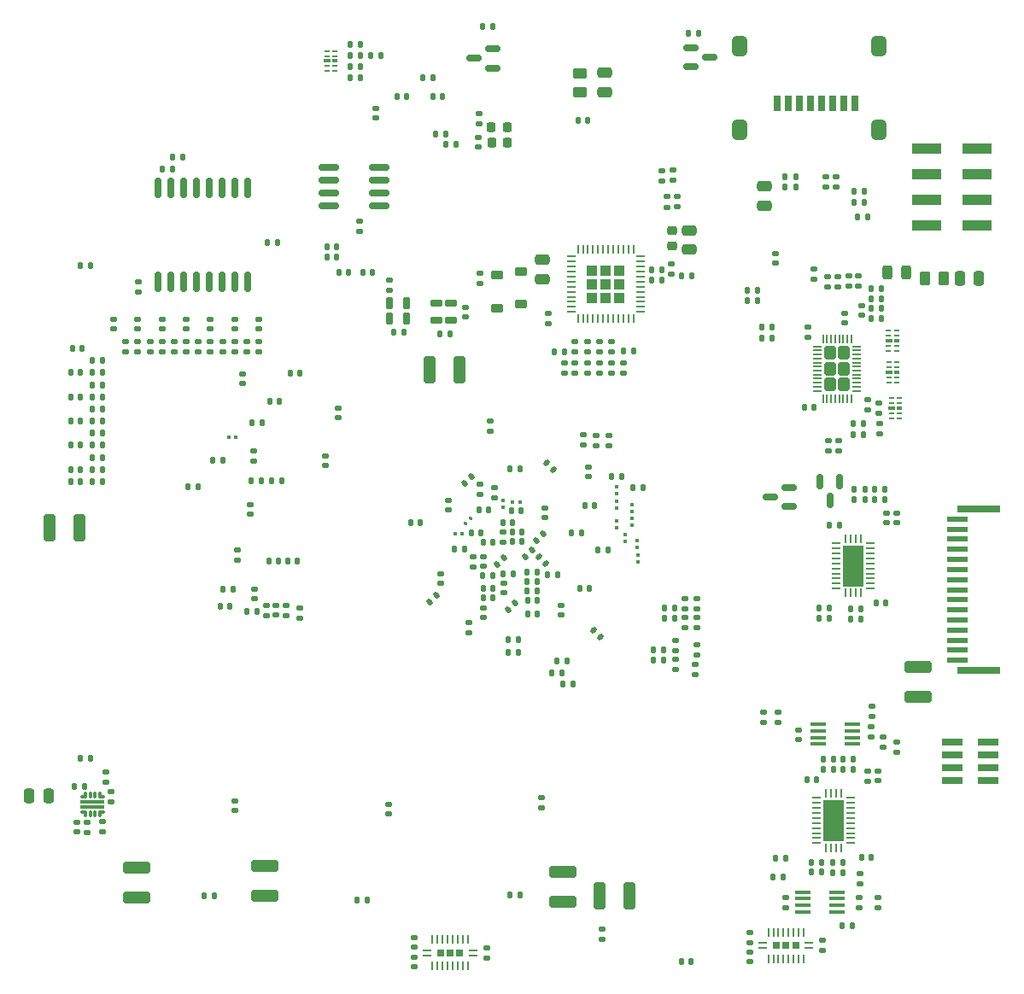
<source format=gbr>
%TF.GenerationSoftware,KiCad,Pcbnew,9.0.4*%
%TF.CreationDate,2025-11-16T17:21:23-06:00*%
%TF.ProjectId,zynq_test,7a796e71-5f74-4657-9374-2e6b69636164,rev?*%
%TF.SameCoordinates,Original*%
%TF.FileFunction,Paste,Bot*%
%TF.FilePolarity,Positive*%
%FSLAX46Y46*%
G04 Gerber Fmt 4.6, Leading zero omitted, Abs format (unit mm)*
G04 Created by KiCad (PCBNEW 9.0.4) date 2025-11-16 17:21:23*
%MOMM*%
%LPD*%
G01*
G04 APERTURE LIST*
G04 Aperture macros list*
%AMRoundRect*
0 Rectangle with rounded corners*
0 $1 Rounding radius*
0 $2 $3 $4 $5 $6 $7 $8 $9 X,Y pos of 4 corners*
0 Add a 4 corners polygon primitive as box body*
4,1,4,$2,$3,$4,$5,$6,$7,$8,$9,$2,$3,0*
0 Add four circle primitives for the rounded corners*
1,1,$1+$1,$2,$3*
1,1,$1+$1,$4,$5*
1,1,$1+$1,$6,$7*
1,1,$1+$1,$8,$9*
0 Add four rect primitives between the rounded corners*
20,1,$1+$1,$2,$3,$4,$5,0*
20,1,$1+$1,$4,$5,$6,$7,0*
20,1,$1+$1,$6,$7,$8,$9,0*
20,1,$1+$1,$8,$9,$2,$3,0*%
G04 Aperture macros list end*
%ADD10C,0.000000*%
%ADD11RoundRect,0.135000X-0.135000X-0.185000X0.135000X-0.185000X0.135000X0.185000X-0.135000X0.185000X0*%
%ADD12RoundRect,0.135000X0.135000X0.185000X-0.135000X0.185000X-0.135000X-0.185000X0.135000X-0.185000X0*%
%ADD13RoundRect,0.079500X-0.100500X0.079500X-0.100500X-0.079500X0.100500X-0.079500X0.100500X0.079500X0*%
%ADD14RoundRect,0.140000X-0.021213X0.219203X-0.219203X0.021213X0.021213X-0.219203X0.219203X-0.021213X0*%
%ADD15RoundRect,0.135000X-0.185000X0.135000X-0.185000X-0.135000X0.185000X-0.135000X0.185000X0.135000X0*%
%ADD16RoundRect,0.135000X0.185000X-0.135000X0.185000X0.135000X-0.185000X0.135000X-0.185000X-0.135000X0*%
%ADD17RoundRect,0.140000X0.140000X0.170000X-0.140000X0.170000X-0.140000X-0.170000X0.140000X-0.170000X0*%
%ADD18RoundRect,0.079500X0.100500X-0.079500X0.100500X0.079500X-0.100500X0.079500X-0.100500X-0.079500X0*%
%ADD19RoundRect,0.140000X0.170000X-0.140000X0.170000X0.140000X-0.170000X0.140000X-0.170000X-0.140000X0*%
%ADD20R,0.812800X0.254000*%
%ADD21R,0.254000X0.812800*%
%ADD22R,2.108200X4.089400*%
%ADD23RoundRect,0.140000X-0.170000X0.140000X-0.170000X-0.140000X0.170000X-0.140000X0.170000X0.140000X0*%
%ADD24RoundRect,0.250000X0.475000X-0.250000X0.475000X0.250000X-0.475000X0.250000X-0.475000X-0.250000X0*%
%ADD25RoundRect,0.140000X-0.140000X-0.170000X0.140000X-0.170000X0.140000X0.170000X-0.140000X0.170000X0*%
%ADD26RoundRect,0.150000X-0.150000X0.587500X-0.150000X-0.587500X0.150000X-0.587500X0.150000X0.587500X0*%
%ADD27R,0.625000X0.250000*%
%ADD28R,0.700000X0.450000*%
%ADD29R,0.575000X0.450000*%
%ADD30R,0.800000X0.800000*%
%ADD31R,0.900000X0.240000*%
%ADD32R,0.240000X0.900000*%
%ADD33RoundRect,0.250000X-1.100000X0.325000X-1.100000X-0.325000X1.100000X-0.325000X1.100000X0.325000X0*%
%ADD34RoundRect,0.225000X-0.375000X0.225000X-0.375000X-0.225000X0.375000X-0.225000X0.375000X0.225000X0*%
%ADD35RoundRect,0.079500X0.079500X0.100500X-0.079500X0.100500X-0.079500X-0.100500X0.079500X-0.100500X0*%
%ADD36RoundRect,0.105000X-0.495000X0.245000X-0.495000X-0.245000X0.495000X-0.245000X0.495000X0.245000X0*%
%ADD37R,1.600000X0.300000*%
%ADD38RoundRect,0.140000X0.021213X-0.219203X0.219203X-0.021213X-0.021213X0.219203X-0.219203X0.021213X0*%
%ADD39RoundRect,0.250000X0.325000X1.100000X-0.325000X1.100000X-0.325000X-1.100000X0.325000X-1.100000X0*%
%ADD40RoundRect,0.225000X0.250000X-0.225000X0.250000X0.225000X-0.250000X0.225000X-0.250000X-0.225000X0*%
%ADD41RoundRect,0.250000X-0.325000X-1.100000X0.325000X-1.100000X0.325000X1.100000X-0.325000X1.100000X0*%
%ADD42RoundRect,0.250000X-0.262500X-0.450000X0.262500X-0.450000X0.262500X0.450000X-0.262500X0.450000X0*%
%ADD43RoundRect,0.150000X-0.587500X-0.150000X0.587500X-0.150000X0.587500X0.150000X-0.587500X0.150000X0*%
%ADD44RoundRect,0.250000X0.250000X0.475000X-0.250000X0.475000X-0.250000X-0.475000X0.250000X-0.475000X0*%
%ADD45R,3.000000X1.000000*%
%ADD46RoundRect,0.105000X0.245000X0.495000X-0.245000X0.495000X-0.245000X-0.495000X0.245000X-0.495000X0*%
%ADD47RoundRect,0.225000X-0.225000X-0.250000X0.225000X-0.250000X0.225000X0.250000X-0.225000X0.250000X0*%
%ADD48RoundRect,0.150000X-0.150000X0.875000X-0.150000X-0.875000X0.150000X-0.875000X0.150000X0.875000X0*%
%ADD49RoundRect,0.250000X-0.475000X0.250000X-0.475000X-0.250000X0.475000X-0.250000X0.475000X0.250000X0*%
%ADD50RoundRect,0.250000X0.450000X-0.262500X0.450000X0.262500X-0.450000X0.262500X-0.450000X-0.262500X0*%
%ADD51RoundRect,0.079500X0.014849X-0.127279X0.127279X-0.014849X-0.014849X0.127279X-0.127279X0.014849X0*%
%ADD52RoundRect,0.140000X-0.219203X-0.021213X-0.021213X-0.219203X0.219203X0.021213X0.021213X0.219203X0*%
%ADD53RoundRect,0.243750X0.243750X0.456250X-0.243750X0.456250X-0.243750X-0.456250X0.243750X-0.456250X0*%
%ADD54R,2.100000X0.750000*%
%ADD55RoundRect,0.150000X0.825000X0.150000X-0.825000X0.150000X-0.825000X-0.150000X0.825000X-0.150000X0*%
%ADD56R,2.000000X0.600000*%
%ADD57R,4.200000X0.700000*%
%ADD58RoundRect,0.250000X-0.300000X0.300000X-0.300000X-0.300000X0.300000X-0.300000X0.300000X0.300000X0*%
%ADD59RoundRect,0.062500X-0.062500X0.375000X-0.062500X-0.375000X0.062500X-0.375000X0.062500X0.375000X0*%
%ADD60RoundRect,0.062500X-0.375000X0.062500X-0.375000X-0.062500X0.375000X-0.062500X0.375000X0.062500X0*%
%ADD61RoundRect,0.150000X0.587500X0.150000X-0.587500X0.150000X-0.587500X-0.150000X0.587500X-0.150000X0*%
%ADD62RoundRect,0.250000X-0.325000X0.420000X-0.325000X-0.420000X0.325000X-0.420000X0.325000X0.420000X0*%
%ADD63RoundRect,0.050000X-0.050000X0.362500X-0.050000X-0.362500X0.050000X-0.362500X0.050000X0.362500X0*%
%ADD64RoundRect,0.050000X-0.362500X0.050000X-0.362500X-0.050000X0.362500X-0.050000X0.362500X0.050000X0*%
%ADD65RoundRect,0.140000X0.219203X0.021213X0.021213X0.219203X-0.219203X-0.021213X-0.021213X-0.219203X0*%
%ADD66RoundRect,0.025000X-0.100000X0.275000X-0.100000X-0.275000X0.100000X-0.275000X0.100000X0.275000X0*%
%ADD67RoundRect,0.025000X0.275000X0.100000X-0.275000X0.100000X-0.275000X-0.100000X0.275000X-0.100000X0*%
%ADD68RoundRect,0.030000X1.170000X0.120000X-1.170000X0.120000X-1.170000X-0.120000X1.170000X-0.120000X0*%
%ADD69RoundRect,0.025000X-0.275000X-0.100000X0.275000X-0.100000X0.275000X0.100000X-0.275000X0.100000X0*%
%ADD70R,0.800000X1.500000*%
%ADD71RoundRect,0.362500X-0.362500X-0.637500X0.362500X-0.637500X0.362500X0.637500X-0.362500X0.637500X0*%
G04 APERTURE END LIST*
D10*
%TO.C,U1602*%
G36*
X161734100Y-115008434D02*
G01*
X159825900Y-115008434D01*
X159825900Y-113845300D01*
X161734100Y-113845300D01*
X161734100Y-115008434D01*
G37*
G36*
X161734100Y-116371567D02*
G01*
X159825900Y-116371567D01*
X159825900Y-115208433D01*
X161734100Y-115208433D01*
X161734100Y-116371567D01*
G37*
G36*
X161734100Y-117734700D02*
G01*
X159825900Y-117734700D01*
X159825900Y-116571566D01*
X161734100Y-116571566D01*
X161734100Y-117734700D01*
G37*
%TO.C,U1502*%
G36*
X163663911Y-89770834D02*
G01*
X161755711Y-89770834D01*
X161755711Y-88607700D01*
X163663911Y-88607700D01*
X163663911Y-89770834D01*
G37*
G36*
X163663911Y-91133967D02*
G01*
X161755711Y-91133967D01*
X161755711Y-89970833D01*
X163663911Y-89970833D01*
X163663911Y-91133967D01*
G37*
G36*
X163663911Y-92497100D02*
G01*
X161755711Y-92497100D01*
X161755711Y-91333966D01*
X163663911Y-91333966D01*
X163663911Y-92497100D01*
G37*
%TD*%
D11*
%TO.C,R815*%
X155980000Y-53000000D03*
X157000000Y-53000000D03*
%TD*%
D12*
%TO.C,R1418*%
X99370000Y-123230000D03*
X98350000Y-123230000D03*
%TD*%
D13*
%TO.C,R847*%
X141330000Y-88045000D03*
X141330000Y-88735000D03*
%TD*%
D14*
%TO.C,C203*%
X124889411Y-81720589D03*
X124210589Y-82399411D03*
%TD*%
D15*
%TO.C,R423*%
X94200000Y-68290000D03*
X94200000Y-69310000D03*
%TD*%
%TO.C,R417*%
X95400000Y-68290000D03*
X95400000Y-69310000D03*
%TD*%
D16*
%TO.C,R1124*%
X145270000Y-54970000D03*
X145270000Y-53950000D03*
%TD*%
D17*
%TO.C,C526*%
X107630000Y-90040000D03*
X106670000Y-90040000D03*
%TD*%
D12*
%TO.C,R1510*%
X163470000Y-95860000D03*
X162450000Y-95860000D03*
%TD*%
D18*
%TO.C,R844*%
X140760000Y-86535000D03*
X140760000Y-85845000D03*
%TD*%
D19*
%TO.C,C1454*%
X116620000Y-115130000D03*
X116620000Y-114170000D03*
%TD*%
D20*
%TO.C,U1602*%
X162481800Y-113539433D03*
X162481800Y-114039559D03*
X162481800Y-114539685D03*
X162481800Y-115039811D03*
X162481800Y-115539937D03*
X162481800Y-116040063D03*
X162481800Y-116540189D03*
X162481800Y-117040315D03*
X162481800Y-117540441D03*
X162481800Y-118040567D03*
D21*
X161530189Y-118482400D03*
X161030063Y-118482400D03*
X160529937Y-118482400D03*
X160029811Y-118482400D03*
D20*
X159078200Y-118040567D03*
X159078200Y-117540441D03*
X159078200Y-117040315D03*
X159078200Y-116540189D03*
X159078200Y-116040063D03*
X159078200Y-115539937D03*
X159078200Y-115039811D03*
X159078200Y-114539685D03*
X159078200Y-114039559D03*
X159078200Y-113539433D03*
D21*
X160029811Y-113097600D03*
X160529937Y-113097600D03*
X161030063Y-113097600D03*
X161530189Y-113097600D03*
D22*
X160780000Y-115790000D03*
%TD*%
D23*
%TO.C,C206*%
X132150000Y-84800000D03*
X132150000Y-85760000D03*
%TD*%
D24*
%TO.C,C1103*%
X131910000Y-62120000D03*
X131910000Y-60220000D03*
%TD*%
D25*
%TO.C,C306*%
X128530000Y-99130000D03*
X129490000Y-99130000D03*
%TD*%
D19*
%TO.C,C415*%
X94200000Y-67080000D03*
X94200000Y-66120000D03*
%TD*%
D17*
%TO.C,C416*%
X86080000Y-81000000D03*
X85120000Y-81000000D03*
%TD*%
D16*
%TO.C,R1708*%
X145140000Y-100860000D03*
X145140000Y-99840000D03*
%TD*%
D19*
%TO.C,C806*%
X161850000Y-66490000D03*
X161850000Y-65530000D03*
%TD*%
D25*
%TO.C,C321*%
X132430000Y-91450000D03*
X133390000Y-91450000D03*
%TD*%
D15*
%TO.C,R1103*%
X137550000Y-70400000D03*
X137550000Y-71420000D03*
%TD*%
D26*
%TO.C,Q1301*%
X159450000Y-82172500D03*
X161350000Y-82172500D03*
X160400000Y-84047500D03*
%TD*%
D16*
%TO.C,R1406*%
X89130000Y-113950000D03*
X89130000Y-112930000D03*
%TD*%
D25*
%TO.C,C1503*%
X165010000Y-94210000D03*
X165970000Y-94210000D03*
%TD*%
D15*
%TO.C,R1519*%
X165690000Y-107520000D03*
X165690000Y-108540000D03*
%TD*%
D25*
%TO.C,C1002*%
X110550000Y-58920000D03*
X111510000Y-58920000D03*
%TD*%
D17*
%TO.C,C404*%
X86280000Y-69000000D03*
X85320000Y-69000000D03*
%TD*%
D27*
%TO.C,U801*%
X166495000Y-75920000D03*
X166495000Y-75420000D03*
D28*
X166532500Y-74920000D03*
D27*
X166495000Y-74420000D03*
X166495000Y-73920000D03*
X167270000Y-73920000D03*
X167270000Y-74420000D03*
D29*
X167295000Y-74920000D03*
D27*
X167270000Y-75420000D03*
X167270000Y-75920000D03*
%TD*%
D25*
%TO.C,C614*%
X128910000Y-87190000D03*
X129870000Y-87190000D03*
%TD*%
D17*
%TO.C,C615*%
X126580000Y-84960000D03*
X125620000Y-84960000D03*
%TD*%
D30*
%TO.C,U1302*%
X157000000Y-128200000D03*
X156050000Y-128200000D03*
X155100000Y-128200000D03*
D31*
X153750000Y-127950000D03*
D32*
X154300000Y-126900000D03*
X154800000Y-126900000D03*
X155300000Y-126900000D03*
X155800000Y-126900000D03*
X156300000Y-126900000D03*
X156800000Y-126900000D03*
X157300000Y-126900000D03*
X157800000Y-126900000D03*
D31*
X158350000Y-127950000D03*
X158350000Y-128450000D03*
D32*
X157800000Y-129500000D03*
X157300000Y-129500000D03*
X156800000Y-129500000D03*
X156300000Y-129500000D03*
X155800000Y-129500000D03*
X155300000Y-129500000D03*
X154800000Y-129500000D03*
X154300000Y-129500000D03*
D31*
X153750000Y-128450000D03*
%TD*%
D15*
%TO.C,R424*%
X97800000Y-68290000D03*
X97800000Y-69310000D03*
%TD*%
%TO.C,R1126*%
X144720000Y-60620000D03*
X144720000Y-61640000D03*
%TD*%
D11*
%TO.C,R1611*%
X160670000Y-119920000D03*
X161690000Y-119920000D03*
%TD*%
%TO.C,R427*%
X87290000Y-81000000D03*
X88310000Y-81000000D03*
%TD*%
D19*
%TO.C,C510*%
X104530000Y-95470000D03*
X104530000Y-94510000D03*
%TD*%
D33*
%TO.C,C1429*%
X104400000Y-120325000D03*
X104400000Y-123275000D03*
%TD*%
D11*
%TO.C,R1621*%
X159730000Y-110770000D03*
X160750000Y-110770000D03*
%TD*%
D15*
%TO.C,R413*%
X100200000Y-68290000D03*
X100200000Y-69310000D03*
%TD*%
D25*
%TO.C,C616*%
X126020000Y-88240000D03*
X126980000Y-88240000D03*
%TD*%
%TO.C,C624*%
X123190000Y-88890000D03*
X124150000Y-88890000D03*
%TD*%
D23*
%TO.C,C622*%
X122560000Y-84050000D03*
X122560000Y-85010000D03*
%TD*%
D34*
%TO.C,D1101*%
X129760000Y-61330000D03*
X129760000Y-64630000D03*
%TD*%
D15*
%TO.C,R1104*%
X138750000Y-70400000D03*
X138750000Y-71420000D03*
%TD*%
D16*
%TO.C,R1714*%
X147180000Y-96700000D03*
X147180000Y-95680000D03*
%TD*%
%TO.C,R1111*%
X138750000Y-69320000D03*
X138750000Y-68300000D03*
%TD*%
%TO.C,R1716*%
X147020000Y-101360000D03*
X147020000Y-100340000D03*
%TD*%
D12*
%TO.C,R1619*%
X162610000Y-126220000D03*
X161590000Y-126220000D03*
%TD*%
D23*
%TO.C,C611*%
X126030000Y-89610000D03*
X126030000Y-90570000D03*
%TD*%
D17*
%TO.C,C609*%
X128950000Y-86260000D03*
X127990000Y-86260000D03*
%TD*%
D33*
%TO.C,C1432*%
X133950000Y-120875000D03*
X133950000Y-123825000D03*
%TD*%
D15*
%TO.C,R410*%
X102600000Y-68290000D03*
X102600000Y-69310000D03*
%TD*%
D25*
%TO.C,C506*%
X102630000Y-95070000D03*
X103590000Y-95070000D03*
%TD*%
D15*
%TO.C,R419*%
X103800000Y-68290000D03*
X103800000Y-69310000D03*
%TD*%
D11*
%TO.C,R1614*%
X158550000Y-120920000D03*
X159570000Y-120920000D03*
%TD*%
D17*
%TO.C,C403*%
X86080000Y-73800000D03*
X85120000Y-73800000D03*
%TD*%
D19*
%TO.C,C508*%
X106510000Y-95470000D03*
X106510000Y-94510000D03*
%TD*%
D11*
%TO.C,R425*%
X87290000Y-70200000D03*
X88310000Y-70200000D03*
%TD*%
D35*
%TO.C,R406*%
X101505000Y-77820000D03*
X100815000Y-77820000D03*
%TD*%
D17*
%TO.C,C1005*%
X112710000Y-61450000D03*
X111750000Y-61450000D03*
%TD*%
D19*
%TO.C,C1455*%
X101430000Y-114800000D03*
X101430000Y-113840000D03*
%TD*%
D12*
%TO.C,R819*%
X163760000Y-76410000D03*
X162740000Y-76410000D03*
%TD*%
D15*
%TO.C,R1520*%
X167000000Y-108050000D03*
X167000000Y-109070000D03*
%TD*%
D19*
%TO.C,C411*%
X101400000Y-67080000D03*
X101400000Y-66120000D03*
%TD*%
D12*
%TO.C,R1515*%
X160310000Y-94690000D03*
X159290000Y-94690000D03*
%TD*%
D19*
%TO.C,C204*%
X125740000Y-83450000D03*
X125740000Y-82490000D03*
%TD*%
D23*
%TO.C,C518*%
X107890000Y-94750000D03*
X107890000Y-95710000D03*
%TD*%
D11*
%TO.C,R415*%
X87265000Y-73800000D03*
X88285000Y-73800000D03*
%TD*%
D23*
%TO.C,C1452*%
X85760000Y-115980000D03*
X85760000Y-116940000D03*
%TD*%
%TO.C,C1505*%
X167070000Y-85300000D03*
X167070000Y-86260000D03*
%TD*%
D17*
%TO.C,C509*%
X107860000Y-71410000D03*
X106900000Y-71410000D03*
%TD*%
D19*
%TO.C,C814*%
X163550000Y-65710000D03*
X163550000Y-64750000D03*
%TD*%
D36*
%TO.C,U201*%
X122860000Y-64530000D03*
X122860000Y-66180000D03*
X121360000Y-66180000D03*
X121360000Y-64530000D03*
%TD*%
D11*
%TO.C,R1605*%
X133350000Y-99960000D03*
X134370000Y-99960000D03*
%TD*%
D12*
%TO.C,R703*%
X113870000Y-38830000D03*
X112850000Y-38830000D03*
%TD*%
D11*
%TO.C,R426*%
X87290000Y-72600000D03*
X88310000Y-72600000D03*
%TD*%
D19*
%TO.C,C405*%
X91800000Y-67080000D03*
X91800000Y-66120000D03*
%TD*%
D25*
%TO.C,C811*%
X163170000Y-55960000D03*
X164130000Y-55960000D03*
%TD*%
D19*
%TO.C,C413*%
X103800000Y-67080000D03*
X103800000Y-66120000D03*
%TD*%
D37*
%TO.C,U1501*%
X159270000Y-108207500D03*
X159270000Y-107557500D03*
X159270000Y-106907500D03*
X159270000Y-106257500D03*
X162670000Y-106257500D03*
X162670000Y-106907500D03*
X162670000Y-107557500D03*
X162670000Y-108207500D03*
%TD*%
D25*
%TO.C,C312*%
X128540000Y-97900000D03*
X129500000Y-97900000D03*
%TD*%
D38*
%TO.C,C610*%
X127400589Y-90419411D03*
X128079411Y-89740589D03*
%TD*%
D27*
%TO.C,U802*%
X166255000Y-72350000D03*
X166255000Y-71850000D03*
D28*
X166292500Y-71350000D03*
D27*
X166255000Y-70850000D03*
X166255000Y-70350000D03*
X167030000Y-70350000D03*
X167030000Y-70850000D03*
D29*
X167055000Y-71350000D03*
D27*
X167030000Y-71850000D03*
X167030000Y-72350000D03*
%TD*%
D11*
%TO.C,R832*%
X164510000Y-66050000D03*
X165530000Y-66050000D03*
%TD*%
%TO.C,R1618*%
X161730000Y-110730000D03*
X162750000Y-110730000D03*
%TD*%
D19*
%TO.C,C626*%
X127980000Y-88180000D03*
X127980000Y-87220000D03*
%TD*%
D12*
%TO.C,R1622*%
X160740000Y-109730000D03*
X159720000Y-109730000D03*
%TD*%
D16*
%TO.C,R840*%
X162250000Y-62850000D03*
X162250000Y-61830000D03*
%TD*%
D11*
%TO.C,R829*%
X152240000Y-64250000D03*
X153260000Y-64250000D03*
%TD*%
D25*
%TO.C,C307*%
X136090000Y-84600000D03*
X137050000Y-84600000D03*
%TD*%
D13*
%TO.C,R845*%
X139290000Y-86075000D03*
X139290000Y-86765000D03*
%TD*%
D23*
%TO.C,C620*%
X124600000Y-96200000D03*
X124600000Y-97160000D03*
%TD*%
D33*
%TO.C,C1428*%
X91710000Y-120470000D03*
X91710000Y-123420000D03*
%TD*%
D15*
%TO.C,R422*%
X99000000Y-68290000D03*
X99000000Y-69310000D03*
%TD*%
D27*
%TO.C,U701*%
X110535000Y-41500000D03*
X110535000Y-41000000D03*
D28*
X110572500Y-40500000D03*
D27*
X110535000Y-40000000D03*
X110535000Y-39500000D03*
X111310000Y-39500000D03*
X111310000Y-40000000D03*
D29*
X111335000Y-40500000D03*
D27*
X111310000Y-41000000D03*
X111310000Y-41500000D03*
%TD*%
D35*
%TO.C,R210*%
X129655000Y-84200000D03*
X128965000Y-84200000D03*
%TD*%
D15*
%TO.C,R1701*%
X146070000Y-93790000D03*
X146070000Y-94810000D03*
%TD*%
D39*
%TO.C,C543*%
X85980000Y-86800000D03*
X83030000Y-86800000D03*
%TD*%
D12*
%TO.C,R1401*%
X129730000Y-123200000D03*
X128710000Y-123200000D03*
%TD*%
D15*
%TO.C,R412*%
X90600000Y-68290000D03*
X90600000Y-69310000D03*
%TD*%
D19*
%TO.C,C805*%
X158200000Y-67860000D03*
X158200000Y-66900000D03*
%TD*%
D18*
%TO.C,R848*%
X141340000Y-90135000D03*
X141340000Y-89445000D03*
%TD*%
D12*
%TO.C,R824*%
X163770000Y-77540000D03*
X162750000Y-77540000D03*
%TD*%
D16*
%TO.C,R826*%
X160000000Y-53010000D03*
X160000000Y-51990000D03*
%TD*%
D12*
%TO.C,R706*%
X113900000Y-42120000D03*
X112880000Y-42120000D03*
%TD*%
D15*
%TO.C,R1414*%
X86790000Y-115940000D03*
X86790000Y-116960000D03*
%TD*%
%TO.C,R1512*%
X155300000Y-105050000D03*
X155300000Y-106070000D03*
%TD*%
D13*
%TO.C,R841*%
X139230000Y-82715000D03*
X139230000Y-83405000D03*
%TD*%
D40*
%TO.C,L1102*%
X144730000Y-58845000D03*
X144730000Y-57295000D03*
%TD*%
D12*
%TO.C,R816*%
X157000000Y-51940000D03*
X155980000Y-51940000D03*
%TD*%
%TO.C,R1522*%
X163860000Y-83000000D03*
X162840000Y-83000000D03*
%TD*%
D17*
%TO.C,C319*%
X131390000Y-95340000D03*
X130430000Y-95340000D03*
%TD*%
D23*
%TO.C,C802*%
X158860000Y-61150000D03*
X158860000Y-62110000D03*
%TD*%
D41*
%TO.C,C201*%
X120725000Y-71090000D03*
X123675000Y-71090000D03*
%TD*%
D25*
%TO.C,C305*%
X137420000Y-88940000D03*
X138380000Y-88940000D03*
%TD*%
D16*
%TO.C,R215*%
X126770000Y-77170000D03*
X126770000Y-76150000D03*
%TD*%
D17*
%TO.C,C308*%
X127000000Y-93750000D03*
X126040000Y-93750000D03*
%TD*%
D42*
%TO.C,R806*%
X169837500Y-62050000D03*
X171662500Y-62050000D03*
%TD*%
D19*
%TO.C,C520*%
X105480000Y-95420000D03*
X105480000Y-94460000D03*
%TD*%
D35*
%TO.C,R402*%
X123945000Y-87340000D03*
X123255000Y-87340000D03*
%TD*%
D38*
%TO.C,C630*%
X120741178Y-94138822D03*
X121420000Y-93460000D03*
%TD*%
D23*
%TO.C,C1004*%
X113770000Y-56410000D03*
X113770000Y-57370000D03*
%TD*%
D16*
%TO.C,R1403*%
X137780000Y-127610000D03*
X137780000Y-126590000D03*
%TD*%
D43*
%TO.C,Q1102*%
X146602500Y-41082500D03*
X146602500Y-39182500D03*
X148477500Y-40132500D03*
%TD*%
D11*
%TO.C,R409*%
X87290000Y-78600000D03*
X88310000Y-78600000D03*
%TD*%
D12*
%TO.C,R1617*%
X162750000Y-109740000D03*
X161730000Y-109740000D03*
%TD*%
D19*
%TO.C,C504*%
X102920000Y-85440000D03*
X102920000Y-84480000D03*
%TD*%
%TO.C,C412*%
X99000000Y-67080000D03*
X99000000Y-66120000D03*
%TD*%
D44*
%TO.C,C1414*%
X82950000Y-113370000D03*
X81050000Y-113370000D03*
%TD*%
D15*
%TO.C,R839*%
X163250000Y-61830000D03*
X163250000Y-62850000D03*
%TD*%
D12*
%TO.C,R705*%
X113890000Y-41060000D03*
X112870000Y-41060000D03*
%TD*%
D16*
%TO.C,R1302*%
X159650000Y-128720000D03*
X159650000Y-127700000D03*
%TD*%
D17*
%TO.C,C528*%
X105760000Y-90110000D03*
X104800000Y-90110000D03*
%TD*%
D15*
%TO.C,R1705*%
X145140000Y-97960000D03*
X145140000Y-98980000D03*
%TD*%
%TO.C,R825*%
X161000000Y-51990000D03*
X161000000Y-53010000D03*
%TD*%
D17*
%TO.C,C410*%
X86080000Y-71400000D03*
X85120000Y-71400000D03*
%TD*%
D15*
%TO.C,R408*%
X96600000Y-68290000D03*
X96600000Y-69310000D03*
%TD*%
D17*
%TO.C,C808*%
X158820000Y-74840000D03*
X157860000Y-74840000D03*
%TD*%
%TO.C,C617*%
X119820000Y-86260000D03*
X118860000Y-86260000D03*
%TD*%
D11*
%TO.C,R720*%
X122350000Y-48740000D03*
X123370000Y-48740000D03*
%TD*%
D30*
%TO.C,U1301*%
X123700000Y-128900000D03*
X122750000Y-128900000D03*
X121800000Y-128900000D03*
D31*
X120450000Y-128650000D03*
D32*
X121000000Y-127600000D03*
X121500000Y-127600000D03*
X122000000Y-127600000D03*
X122500000Y-127600000D03*
X123000000Y-127600000D03*
X123500000Y-127600000D03*
X124000000Y-127600000D03*
X124500000Y-127600000D03*
D31*
X125050000Y-128650000D03*
X125050000Y-129150000D03*
D32*
X124500000Y-130200000D03*
X124000000Y-130200000D03*
X123500000Y-130200000D03*
X123000000Y-130200000D03*
X122500000Y-130200000D03*
X122000000Y-130200000D03*
X121500000Y-130200000D03*
X121000000Y-130200000D03*
D31*
X120450000Y-129150000D03*
%TD*%
D11*
%TO.C,R411*%
X87290000Y-77400000D03*
X88310000Y-77400000D03*
%TD*%
D12*
%TO.C,R1405*%
X86520000Y-112440000D03*
X85500000Y-112440000D03*
%TD*%
D45*
%TO.C,J803*%
X169960000Y-49170000D03*
X175000000Y-49170000D03*
X169960000Y-51710000D03*
X175000000Y-51710000D03*
X169960000Y-54250000D03*
X175000000Y-54250000D03*
X169960000Y-56790000D03*
X175000000Y-56790000D03*
%TD*%
D11*
%TO.C,R1613*%
X154790000Y-121410000D03*
X155810000Y-121410000D03*
%TD*%
D46*
%TO.C,U1001*%
X118395000Y-66012500D03*
X116745000Y-66012500D03*
X116745000Y-64512500D03*
X118395000Y-64512500D03*
%TD*%
D23*
%TO.C,C1304*%
X152460000Y-128820000D03*
X152460000Y-129780000D03*
%TD*%
D11*
%TO.C,R428*%
X87290000Y-76200000D03*
X88310000Y-76200000D03*
%TD*%
D12*
%TO.C,R1615*%
X159570000Y-119920000D03*
X158550000Y-119920000D03*
%TD*%
D14*
%TO.C,C313*%
X131978822Y-87341178D03*
X131300000Y-88020000D03*
%TD*%
D47*
%TO.C,L701*%
X126865000Y-48570000D03*
X128415000Y-48570000D03*
%TD*%
D25*
%TO.C,C208*%
X128830000Y-85090000D03*
X129790000Y-85090000D03*
%TD*%
D15*
%TO.C,R1513*%
X153840000Y-105070000D03*
X153840000Y-106090000D03*
%TD*%
D16*
%TO.C,R837*%
X160300000Y-79180000D03*
X160300000Y-78160000D03*
%TD*%
%TO.C,R1407*%
X88600000Y-112040000D03*
X88600000Y-111020000D03*
%TD*%
D19*
%TO.C,C402*%
X89400000Y-67080000D03*
X89400000Y-66120000D03*
%TD*%
D16*
%TO.C,R216*%
X138500000Y-78610000D03*
X138500000Y-77590000D03*
%TD*%
D23*
%TO.C,C801*%
X155030000Y-59570000D03*
X155030000Y-60530000D03*
%TD*%
D18*
%TO.C,R846*%
X140130000Y-88135000D03*
X140130000Y-87445000D03*
%TD*%
D15*
%TO.C,R416*%
X101400000Y-68290000D03*
X101400000Y-69310000D03*
%TD*%
D11*
%TO.C,R1114*%
X133040000Y-69310000D03*
X134060000Y-69310000D03*
%TD*%
D48*
%TO.C,U902*%
X93795000Y-53070000D03*
X95065000Y-53070000D03*
X96335000Y-53070000D03*
X97605000Y-53070000D03*
X98875000Y-53070000D03*
X100145000Y-53070000D03*
X101415000Y-53070000D03*
X102685000Y-53070000D03*
X102685000Y-62370000D03*
X101415000Y-62370000D03*
X100145000Y-62370000D03*
X98875000Y-62370000D03*
X97605000Y-62370000D03*
X96335000Y-62370000D03*
X95065000Y-62370000D03*
X93795000Y-62370000D03*
%TD*%
D49*
%TO.C,C812*%
X153880000Y-52920000D03*
X153880000Y-54820000D03*
%TD*%
D11*
%TO.C,R1706*%
X142870000Y-98900000D03*
X143890000Y-98900000D03*
%TD*%
D12*
%TO.C,R704*%
X113890000Y-39960000D03*
X112870000Y-39960000D03*
%TD*%
D11*
%TO.C,R820*%
X153650000Y-66910000D03*
X154670000Y-66910000D03*
%TD*%
D19*
%TO.C,C514*%
X101700000Y-89950000D03*
X101700000Y-88990000D03*
%TD*%
D15*
%TO.C,R811*%
X160200000Y-61840000D03*
X160200000Y-62860000D03*
%TD*%
D12*
%TO.C,R1609*%
X134930000Y-102270000D03*
X133910000Y-102270000D03*
%TD*%
D25*
%TO.C,C1006*%
X114080000Y-61460000D03*
X115040000Y-61460000D03*
%TD*%
D16*
%TO.C,R812*%
X161210000Y-62860000D03*
X161210000Y-61840000D03*
%TD*%
D15*
%TO.C,R1107*%
X135150000Y-70400000D03*
X135150000Y-71420000D03*
%TD*%
D16*
%TO.C,R1301*%
X126360000Y-129430000D03*
X126360000Y-128410000D03*
%TD*%
%TO.C,R802*%
X164190000Y-75060000D03*
X164190000Y-74040000D03*
%TD*%
%TO.C,R803*%
X165300000Y-77420000D03*
X165300000Y-76400000D03*
%TD*%
D11*
%TO.C,R405*%
X100220000Y-92890000D03*
X101240000Y-92890000D03*
%TD*%
D23*
%TO.C,C1302*%
X119160000Y-129320000D03*
X119160000Y-130280000D03*
%TD*%
D24*
%TO.C,C1122*%
X138070000Y-43580000D03*
X138070000Y-41680000D03*
%TD*%
D11*
%TO.C,R1521*%
X162840000Y-84010000D03*
X163860000Y-84010000D03*
%TD*%
D19*
%TO.C,C414*%
X96600000Y-67080000D03*
X96600000Y-66120000D03*
%TD*%
D11*
%TO.C,R701*%
X114900000Y-39990000D03*
X115920000Y-39990000D03*
%TD*%
D15*
%TO.C,R1715*%
X147200000Y-98340000D03*
X147200000Y-99360000D03*
%TD*%
D23*
%TO.C,C516*%
X103330000Y-92870000D03*
X103330000Y-93830000D03*
%TD*%
D14*
%TO.C,C314*%
X129218822Y-94211178D03*
X128540000Y-94890000D03*
%TD*%
D13*
%TO.C,R843*%
X140750000Y-84445000D03*
X140750000Y-85135000D03*
%TD*%
D11*
%TO.C,R1606*%
X132830000Y-101200000D03*
X133850000Y-101200000D03*
%TD*%
D16*
%TO.C,R1108*%
X136350000Y-69320000D03*
X136350000Y-68300000D03*
%TD*%
D12*
%TO.C,R1127*%
X126970000Y-37060000D03*
X125950000Y-37060000D03*
%TD*%
D11*
%TO.C,R1703*%
X143970000Y-95750000D03*
X144990000Y-95750000D03*
%TD*%
D15*
%TO.C,R1115*%
X135150000Y-68300000D03*
X135150000Y-69320000D03*
%TD*%
D16*
%TO.C,R1121*%
X144250000Y-54980000D03*
X144250000Y-53960000D03*
%TD*%
D11*
%TO.C,R1514*%
X159290000Y-95710000D03*
X160310000Y-95710000D03*
%TD*%
D50*
%TO.C,R1125*%
X135640000Y-43562500D03*
X135640000Y-41737500D03*
%TD*%
D23*
%TO.C,C1602*%
X156040000Y-123460000D03*
X156040000Y-124420000D03*
%TD*%
D12*
%TO.C,R822*%
X165520000Y-63040000D03*
X164500000Y-63040000D03*
%TD*%
D11*
%TO.C,R1707*%
X142860000Y-99910000D03*
X143880000Y-99910000D03*
%TD*%
D16*
%TO.C,R1620*%
X165210000Y-124480000D03*
X165210000Y-123460000D03*
%TD*%
D11*
%TO.C,R429*%
X87290000Y-71400000D03*
X88310000Y-71400000D03*
%TD*%
D51*
%TO.C,R401*%
X124256048Y-86323952D03*
X124743952Y-85836048D03*
%TD*%
D25*
%TO.C,C602*%
X126040000Y-92790000D03*
X127000000Y-92790000D03*
%TD*%
D19*
%TO.C,C310*%
X126080000Y-95660000D03*
X126080000Y-94700000D03*
%TD*%
D12*
%TO.C,R1517*%
X165860000Y-84010000D03*
X164840000Y-84010000D03*
%TD*%
D15*
%TO.C,R838*%
X161300000Y-78160000D03*
X161300000Y-79180000D03*
%TD*%
D16*
%TO.C,R1113*%
X132500000Y-66510000D03*
X132500000Y-65490000D03*
%TD*%
D23*
%TO.C,C711*%
X125585000Y-48080000D03*
X125585000Y-49040000D03*
%TD*%
D16*
%TO.C,R205*%
X127160000Y-83800000D03*
X127160000Y-82780000D03*
%TD*%
D11*
%TO.C,R404*%
X103130000Y-76330000D03*
X104150000Y-76330000D03*
%TD*%
D15*
%TO.C,R430*%
X93000000Y-68290000D03*
X93000000Y-69310000D03*
%TD*%
D16*
%TO.C,R212*%
X137200000Y-78610000D03*
X137200000Y-77590000D03*
%TD*%
D17*
%TO.C,C709*%
X118450000Y-44000000D03*
X117490000Y-44000000D03*
%TD*%
D19*
%TO.C,C1507*%
X164470000Y-107500000D03*
X164470000Y-106540000D03*
%TD*%
D23*
%TO.C,C1504*%
X165990000Y-85320000D03*
X165990000Y-86280000D03*
%TD*%
D15*
%TO.C,R1616*%
X163380000Y-121040000D03*
X163380000Y-122060000D03*
%TD*%
D11*
%TO.C,R1702*%
X143970000Y-94710000D03*
X144990000Y-94710000D03*
%TD*%
D34*
%TO.C,D1102*%
X127380000Y-61722500D03*
X127380000Y-65022500D03*
%TD*%
D11*
%TO.C,R1122*%
X146360000Y-37750000D03*
X147380000Y-37750000D03*
%TD*%
D12*
%TO.C,R809*%
X163830000Y-53430000D03*
X162810000Y-53430000D03*
%TD*%
D18*
%TO.C,R842*%
X139230000Y-84805000D03*
X139230000Y-84115000D03*
%TD*%
D52*
%TO.C,C318*%
X136950589Y-96920589D03*
X137629411Y-97599411D03*
%TD*%
D19*
%TO.C,C1303*%
X152510000Y-127890000D03*
X152510000Y-126930000D03*
%TD*%
%TO.C,C317*%
X133720000Y-95410000D03*
X133720000Y-94450000D03*
%TD*%
D53*
%TO.C,F801*%
X167967500Y-61480000D03*
X166092500Y-61480000D03*
%TD*%
D12*
%TO.C,R1123*%
X146680000Y-61780000D03*
X145660000Y-61780000D03*
%TD*%
D11*
%TO.C,R207*%
X86050000Y-60780000D03*
X87070000Y-60780000D03*
%TD*%
D19*
%TO.C,C1456*%
X131840000Y-114500000D03*
X131840000Y-113540000D03*
%TD*%
D16*
%TO.C,R1002*%
X116720000Y-63270000D03*
X116720000Y-62250000D03*
%TD*%
D25*
%TO.C,C1003*%
X110520000Y-59930000D03*
X111480000Y-59930000D03*
%TD*%
%TO.C,C710*%
X121070000Y-44040000D03*
X122030000Y-44040000D03*
%TD*%
D17*
%TO.C,C618*%
X131370000Y-91210000D03*
X130410000Y-91210000D03*
%TD*%
D23*
%TO.C,C501*%
X111690000Y-74930000D03*
X111690000Y-75890000D03*
%TD*%
D33*
%TO.C,C1506*%
X169120000Y-100545000D03*
X169120000Y-103495000D03*
%TD*%
D12*
%TO.C,R1610*%
X161670000Y-120980000D03*
X160650000Y-120980000D03*
%TD*%
D14*
%TO.C,C625*%
X130859411Y-88960589D03*
X130180589Y-89639411D03*
%TD*%
D17*
%TO.C,C1121*%
X136410000Y-46420000D03*
X135450000Y-46420000D03*
%TD*%
D19*
%TO.C,C1604*%
X165140000Y-111870000D03*
X165140000Y-110910000D03*
%TD*%
D11*
%TO.C,R418*%
X87290000Y-79800000D03*
X88310000Y-79800000D03*
%TD*%
%TO.C,R901*%
X95240000Y-50020000D03*
X96260000Y-50020000D03*
%TD*%
D20*
%TO.C,U1502*%
X164411611Y-88301833D03*
X164411611Y-88801959D03*
X164411611Y-89302085D03*
X164411611Y-89802211D03*
X164411611Y-90302337D03*
X164411611Y-90802463D03*
X164411611Y-91302589D03*
X164411611Y-91802715D03*
X164411611Y-92302841D03*
X164411611Y-92802967D03*
D21*
X163460000Y-93244800D03*
X162959874Y-93244800D03*
X162459748Y-93244800D03*
X161959622Y-93244800D03*
D20*
X161008011Y-92802967D03*
X161008011Y-92302841D03*
X161008011Y-91802715D03*
X161008011Y-91302589D03*
X161008011Y-90802463D03*
X161008011Y-90302337D03*
X161008011Y-89802211D03*
X161008011Y-89302085D03*
X161008011Y-88801959D03*
X161008011Y-88301833D03*
D21*
X161959622Y-87860000D03*
X162459748Y-87860000D03*
X162959874Y-87860000D03*
X163460000Y-87860000D03*
D22*
X162709811Y-90552400D03*
%TD*%
D11*
%TO.C,R717*%
X120070000Y-42190000D03*
X121090000Y-42190000D03*
%TD*%
D15*
%TO.C,R1105*%
X139950000Y-70400000D03*
X139950000Y-71420000D03*
%TD*%
%TO.C,R414*%
X91800000Y-68290000D03*
X91800000Y-69310000D03*
%TD*%
D27*
%TO.C,U804*%
X166220000Y-69230000D03*
X166220000Y-68730000D03*
D28*
X166257500Y-68230000D03*
D27*
X166220000Y-67730000D03*
X166220000Y-67230000D03*
X166995000Y-67230000D03*
X166995000Y-67730000D03*
D29*
X167020000Y-68230000D03*
D27*
X166995000Y-68730000D03*
X166995000Y-69230000D03*
%TD*%
D11*
%TO.C,R719*%
X121330000Y-47720000D03*
X122350000Y-47720000D03*
%TD*%
D19*
%TO.C,C1301*%
X119200000Y-128380000D03*
X119200000Y-127420000D03*
%TD*%
D11*
%TO.C,R213*%
X140850000Y-82770000D03*
X141870000Y-82770000D03*
%TD*%
%TO.C,R201*%
X121760000Y-67580000D03*
X122780000Y-67580000D03*
%TD*%
D16*
%TO.C,R209*%
X91850000Y-63410000D03*
X91850000Y-62390000D03*
%TD*%
D25*
%TO.C,C535*%
X103040000Y-82150000D03*
X104000000Y-82150000D03*
%TD*%
D54*
%TO.C,J1201*%
X172530000Y-108045000D03*
X176130000Y-108045000D03*
X172530000Y-109315000D03*
X176130000Y-109315000D03*
X172530000Y-110585000D03*
X176130000Y-110585000D03*
X172530000Y-111855000D03*
X176130000Y-111855000D03*
%TD*%
D44*
%TO.C,C815*%
X175170000Y-62060000D03*
X173270000Y-62060000D03*
%TD*%
D12*
%TO.C,R821*%
X154670000Y-67960000D03*
X153650000Y-67960000D03*
%TD*%
D17*
%TO.C,C511*%
X97750000Y-82740000D03*
X96790000Y-82740000D03*
%TD*%
%TO.C,C903*%
X95200000Y-51190000D03*
X94240000Y-51190000D03*
%TD*%
D16*
%TO.C,R1129*%
X143760000Y-52370000D03*
X143760000Y-51350000D03*
%TD*%
D19*
%TO.C,C530*%
X102140000Y-72490000D03*
X102140000Y-71530000D03*
%TD*%
D11*
%TO.C,R420*%
X87290000Y-82200000D03*
X88310000Y-82200000D03*
%TD*%
%TO.C,R1612*%
X155020000Y-119560000D03*
X156040000Y-119560000D03*
%TD*%
D15*
%TO.C,R1106*%
X134070000Y-70400000D03*
X134070000Y-71420000D03*
%TD*%
D11*
%TO.C,R823*%
X164500000Y-64040000D03*
X165520000Y-64040000D03*
%TD*%
D17*
%TO.C,C628*%
X131370000Y-93050000D03*
X130410000Y-93050000D03*
%TD*%
D12*
%TO.C,R1119*%
X143740000Y-62250000D03*
X142720000Y-62250000D03*
%TD*%
D11*
%TO.C,R1511*%
X162460000Y-94840000D03*
X163480000Y-94840000D03*
%TD*%
D16*
%TO.C,R801*%
X165290000Y-75450000D03*
X165290000Y-74430000D03*
%TD*%
D17*
%TO.C,C1001*%
X118160000Y-67370000D03*
X117200000Y-67370000D03*
%TD*%
D12*
%TO.C,R1120*%
X143770000Y-61200000D03*
X142750000Y-61200000D03*
%TD*%
D25*
%TO.C,C1453*%
X145660000Y-129740000D03*
X146620000Y-129740000D03*
%TD*%
D19*
%TO.C,C613*%
X128070000Y-93220000D03*
X128070000Y-92260000D03*
%TD*%
D55*
%TO.C,U704*%
X115715000Y-51045000D03*
X115715000Y-52315000D03*
X115715000Y-53585000D03*
X115715000Y-54855000D03*
X110765000Y-54855000D03*
X110765000Y-53585000D03*
X110765000Y-52315000D03*
X110765000Y-51045000D03*
%TD*%
D12*
%TO.C,R1112*%
X140960000Y-69210000D03*
X139940000Y-69210000D03*
%TD*%
D15*
%TO.C,R1713*%
X147210000Y-93790000D03*
X147210000Y-94810000D03*
%TD*%
D25*
%TO.C,C621*%
X130410000Y-92130000D03*
X131370000Y-92130000D03*
%TD*%
D12*
%TO.C,R1404*%
X87110000Y-109610000D03*
X86090000Y-109610000D03*
%TD*%
D25*
%TO.C,C631*%
X130430000Y-94000000D03*
X131390000Y-94000000D03*
%TD*%
D23*
%TO.C,C513*%
X103280000Y-79190000D03*
X103280000Y-80150000D03*
%TD*%
D19*
%TO.C,C1605*%
X164140000Y-111890000D03*
X164140000Y-110930000D03*
%TD*%
D56*
%TO.C,J1501*%
X173040000Y-85910000D03*
X173040000Y-86910000D03*
X173040000Y-87910000D03*
X173040000Y-88910000D03*
X173040000Y-89910000D03*
X173040000Y-90910000D03*
X173040000Y-91910000D03*
X173040000Y-92910000D03*
X173040000Y-93910000D03*
X173040000Y-94910000D03*
X173040000Y-95910000D03*
X173040000Y-96910000D03*
X173040000Y-97910000D03*
X173040000Y-98910000D03*
X173040000Y-99910000D03*
D57*
X175140000Y-84910000D03*
X175140000Y-100910000D03*
%TD*%
D17*
%TO.C,C1501*%
X161320000Y-86520000D03*
X160360000Y-86520000D03*
%TD*%
D37*
%TO.C,U1601*%
X157740000Y-124855000D03*
X157740000Y-124205000D03*
X157740000Y-123555000D03*
X157740000Y-122905000D03*
X161140000Y-122905000D03*
X161140000Y-123555000D03*
X161140000Y-124205000D03*
X161140000Y-124855000D03*
%TD*%
D25*
%TO.C,C1603*%
X163530000Y-119470000D03*
X164490000Y-119470000D03*
%TD*%
D23*
%TO.C,C701*%
X115390000Y-45180000D03*
X115390000Y-46140000D03*
%TD*%
D16*
%TO.C,R603*%
X125050000Y-90670000D03*
X125050000Y-89650000D03*
%TD*%
D17*
%TO.C,C408*%
X86080000Y-78600000D03*
X85120000Y-78600000D03*
%TD*%
%TO.C,C407*%
X86080000Y-76200000D03*
X85120000Y-76200000D03*
%TD*%
D58*
%TO.C,U1102*%
X139540000Y-61250000D03*
X138170000Y-61250000D03*
X136800000Y-61250000D03*
X139540000Y-62620000D03*
X138170000Y-62620000D03*
X136800000Y-62620000D03*
X139540000Y-63990000D03*
X138170000Y-63990000D03*
X136800000Y-63990000D03*
D59*
X135420000Y-59182500D03*
X135920000Y-59182500D03*
X136420000Y-59182500D03*
X136920000Y-59182500D03*
X137420000Y-59182500D03*
X137920000Y-59182500D03*
X138420000Y-59182500D03*
X138920000Y-59182500D03*
X139420000Y-59182500D03*
X139920000Y-59182500D03*
X140420000Y-59182500D03*
X140920000Y-59182500D03*
D60*
X141607500Y-59870000D03*
X141607500Y-60370000D03*
X141607500Y-60870000D03*
X141607500Y-61370000D03*
X141607500Y-61870000D03*
X141607500Y-62370000D03*
X141607500Y-62870000D03*
X141607500Y-63370000D03*
X141607500Y-63870000D03*
X141607500Y-64370000D03*
X141607500Y-64870000D03*
X141607500Y-65370000D03*
D59*
X140920000Y-66057500D03*
X140420000Y-66057500D03*
X139920000Y-66057500D03*
X139420000Y-66057500D03*
X138920000Y-66057500D03*
X138420000Y-66057500D03*
X137920000Y-66057500D03*
X137420000Y-66057500D03*
X136920000Y-66057500D03*
X136420000Y-66057500D03*
X135920000Y-66057500D03*
X135420000Y-66057500D03*
D60*
X134732500Y-65370000D03*
X134732500Y-64870000D03*
X134732500Y-64370000D03*
X134732500Y-63870000D03*
X134732500Y-63370000D03*
X134732500Y-62870000D03*
X134732500Y-62370000D03*
X134732500Y-61870000D03*
X134732500Y-61370000D03*
X134732500Y-60870000D03*
X134732500Y-60370000D03*
X134732500Y-59870000D03*
%TD*%
D15*
%TO.C,R1516*%
X164600000Y-104470000D03*
X164600000Y-105490000D03*
%TD*%
D61*
%TO.C,Q1302*%
X156347500Y-82767500D03*
X156347500Y-84667500D03*
X154472500Y-83717500D03*
%TD*%
D17*
%TO.C,C409*%
X86080000Y-82200000D03*
X85120000Y-82200000D03*
%TD*%
D25*
%TO.C,C524*%
X99940000Y-94600000D03*
X100900000Y-94600000D03*
%TD*%
D16*
%TO.C,R1704*%
X146060000Y-96670000D03*
X146060000Y-95650000D03*
%TD*%
D12*
%TO.C,R830*%
X153260000Y-63250000D03*
X152240000Y-63250000D03*
%TD*%
D52*
%TO.C,C623*%
X131540589Y-89630589D03*
X132219411Y-90309411D03*
%TD*%
D19*
%TO.C,C309*%
X136450000Y-81690000D03*
X136450000Y-80730000D03*
%TD*%
D17*
%TO.C,C629*%
X129870000Y-88130000D03*
X128910000Y-88130000D03*
%TD*%
D62*
%TO.C,U806*%
X161802500Y-69420000D03*
X160452500Y-69420000D03*
X161802500Y-70990000D03*
X160452500Y-70990000D03*
X161802500Y-72560000D03*
X160452500Y-72560000D03*
D63*
X159727500Y-68027500D03*
X160127500Y-68027500D03*
X160527500Y-68027500D03*
X160927500Y-68027500D03*
X161327500Y-68027500D03*
X161727500Y-68027500D03*
X162127500Y-68027500D03*
X162527500Y-68027500D03*
D64*
X163090000Y-68790000D03*
X163090000Y-69190000D03*
X163090000Y-69590000D03*
X163090000Y-69990000D03*
X163090000Y-70390000D03*
X163090000Y-70790000D03*
X163090000Y-71190000D03*
X163090000Y-71590000D03*
X163090000Y-71990000D03*
X163090000Y-72390000D03*
X163090000Y-72790000D03*
X163090000Y-73190000D03*
D63*
X162527500Y-73952500D03*
X162127500Y-73952500D03*
X161727500Y-73952500D03*
X161327500Y-73952500D03*
X160927500Y-73952500D03*
X160527500Y-73952500D03*
X160127500Y-73952500D03*
X159727500Y-73952500D03*
D64*
X159165000Y-73190000D03*
X159165000Y-72790000D03*
X159165000Y-72390000D03*
X159165000Y-71990000D03*
X159165000Y-71590000D03*
X159165000Y-71190000D03*
X159165000Y-70790000D03*
X159165000Y-70390000D03*
X159165000Y-69990000D03*
X159165000Y-69590000D03*
X159165000Y-69190000D03*
X159165000Y-68790000D03*
%TD*%
D11*
%TO.C,R1518*%
X164840000Y-83000000D03*
X165860000Y-83000000D03*
%TD*%
D12*
%TO.C,R831*%
X165530000Y-65050000D03*
X164510000Y-65050000D03*
%TD*%
D25*
%TO.C,C311*%
X134790000Y-87300000D03*
X135750000Y-87300000D03*
%TD*%
D39*
%TO.C,C1433*%
X140525000Y-123250000D03*
X137575000Y-123250000D03*
%TD*%
D17*
%TO.C,C505*%
X105830000Y-74200000D03*
X104870000Y-74200000D03*
%TD*%
D65*
%TO.C,C207*%
X132969411Y-80999411D03*
X132290589Y-80320589D03*
%TD*%
D12*
%TO.C,R602*%
X129720000Y-80900000D03*
X128700000Y-80900000D03*
%TD*%
D25*
%TO.C,C401*%
X124830000Y-87300000D03*
X125790000Y-87300000D03*
%TD*%
%TO.C,C608*%
X128020000Y-91370000D03*
X128980000Y-91370000D03*
%TD*%
D15*
%TO.C,R1101*%
X125680000Y-61570000D03*
X125680000Y-62590000D03*
%TD*%
D19*
%TO.C,C1607*%
X163310000Y-124410000D03*
X163310000Y-123450000D03*
%TD*%
D17*
%TO.C,C521*%
X106050000Y-82150000D03*
X105090000Y-82150000D03*
%TD*%
D23*
%TO.C,C533*%
X110430000Y-79650000D03*
X110430000Y-80610000D03*
%TD*%
D66*
%TO.C,U1404*%
X86605000Y-113305000D03*
D67*
X86430000Y-113480000D03*
D66*
X87080000Y-113305000D03*
X87530000Y-113305000D03*
X88005000Y-113305000D03*
D67*
X88180000Y-113480000D03*
D68*
X87305000Y-113955000D03*
X87305000Y-114455000D03*
D69*
X88180000Y-114930000D03*
D66*
X88005000Y-115105000D03*
X87530000Y-115105000D03*
X87080000Y-115105000D03*
D69*
X86430000Y-114930000D03*
D66*
X86605000Y-115105000D03*
%TD*%
D70*
%TO.C,J901*%
X155155000Y-44700000D03*
X156255000Y-44700000D03*
X157355000Y-44700000D03*
X158455000Y-44700000D03*
X159555000Y-44700000D03*
X160655000Y-44700000D03*
X161755000Y-44700000D03*
X162855000Y-44700000D03*
D71*
X151485000Y-39000000D03*
X151485000Y-47300000D03*
X165235000Y-39000000D03*
X165235000Y-47300000D03*
%TD*%
D23*
%TO.C,C1502*%
X157290000Y-106830000D03*
X157290000Y-107790000D03*
%TD*%
D19*
%TO.C,C712*%
X125635000Y-46700000D03*
X125635000Y-45740000D03*
%TD*%
D24*
%TO.C,C1118*%
X146470000Y-59210000D03*
X146470000Y-57310000D03*
%TD*%
D23*
%TO.C,C1422*%
X88320000Y-115910000D03*
X88320000Y-116870000D03*
%TD*%
D11*
%TO.C,R810*%
X162810000Y-54520000D03*
X163830000Y-54520000D03*
%TD*%
%TO.C,R902*%
X104630000Y-58520000D03*
X105650000Y-58520000D03*
%TD*%
%TO.C,R214*%
X138790000Y-81700000D03*
X139810000Y-81700000D03*
%TD*%
D15*
%TO.C,R1128*%
X144820000Y-51330000D03*
X144820000Y-52350000D03*
%TD*%
%TO.C,R1102*%
X136350000Y-70400000D03*
X136350000Y-71420000D03*
%TD*%
D17*
%TO.C,C1601*%
X159060000Y-111770000D03*
X158100000Y-111770000D03*
%TD*%
D16*
%TO.C,R217*%
X136000000Y-78600000D03*
X136000000Y-77580000D03*
%TD*%
D25*
%TO.C,C320*%
X135630000Y-92780000D03*
X136590000Y-92780000D03*
%TD*%
D12*
%TO.C,R1402*%
X114570000Y-123700000D03*
X113550000Y-123700000D03*
%TD*%
D23*
%TO.C,C627*%
X121780000Y-91350000D03*
X121780000Y-92310000D03*
%TD*%
D16*
%TO.C,R1109*%
X137550000Y-69320000D03*
X137550000Y-68300000D03*
%TD*%
D47*
%TO.C,L702*%
X126855000Y-47020000D03*
X128405000Y-47020000D03*
%TD*%
D61*
%TO.C,Q1103*%
X126967500Y-39287500D03*
X126967500Y-41187500D03*
X125092500Y-40237500D03*
%TD*%
D11*
%TO.C,R421*%
X87290000Y-75000000D03*
X88310000Y-75000000D03*
%TD*%
D25*
%TO.C,C606*%
X126010000Y-91480000D03*
X126970000Y-91480000D03*
%TD*%
D18*
%TO.C,R211*%
X127980000Y-84725000D03*
X127980000Y-84035000D03*
%TD*%
D17*
%TO.C,C523*%
X100200000Y-80070000D03*
X99240000Y-80070000D03*
%TD*%
D23*
%TO.C,C202*%
X124310000Y-64940000D03*
X124310000Y-65900000D03*
%TD*%
M02*

</source>
